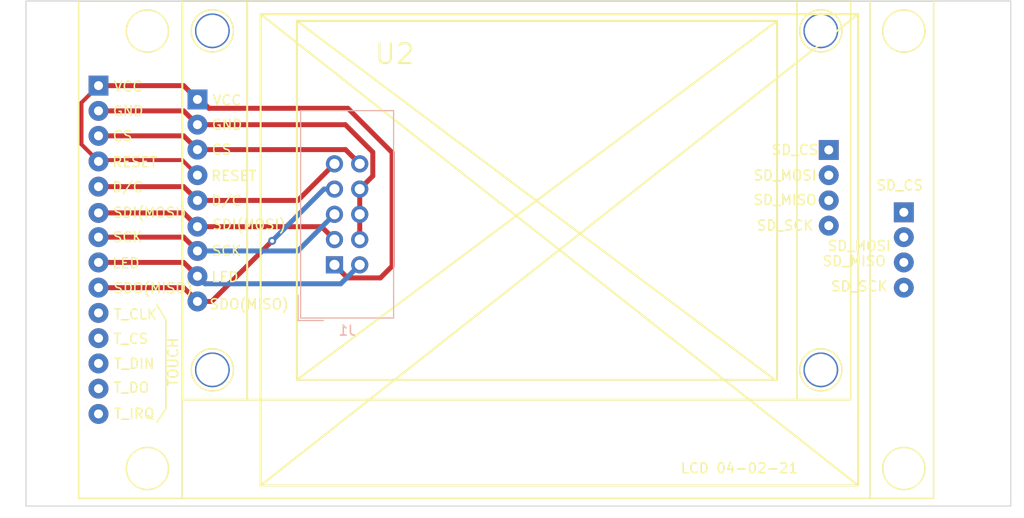
<source format=kicad_pcb>
(kicad_pcb (version 20171130) (host pcbnew 5.1.7-a382d34a8~87~ubuntu18.04.1)

  (general
    (thickness 1.6)
    (drawings 5)
    (tracks 51)
    (zones 0)
    (modules 7)
    (nets 22)
  )

  (page A4)
  (layers
    (0 F.Cu signal)
    (31 B.Cu signal)
    (32 B.Adhes user)
    (33 F.Adhes user)
    (34 B.Paste user)
    (35 F.Paste user)
    (36 B.SilkS user)
    (37 F.SilkS user)
    (38 B.Mask user)
    (39 F.Mask user)
    (40 Dwgs.User user)
    (41 Cmts.User user)
    (42 Eco1.User user)
    (43 Eco2.User user)
    (44 Edge.Cuts user)
    (45 Margin user)
    (46 B.CrtYd user)
    (47 F.CrtYd user)
    (48 B.Fab user)
    (49 F.Fab user)
  )

  (setup
    (last_trace_width 0.25)
    (user_trace_width 0.3)
    (user_trace_width 0.4)
    (user_trace_width 0.5)
    (trace_clearance 0.2)
    (zone_clearance 0.508)
    (zone_45_only no)
    (trace_min 0.2)
    (via_size 0.8)
    (via_drill 0.4)
    (via_min_size 0.4)
    (via_min_drill 0.3)
    (uvia_size 0.3)
    (uvia_drill 0.1)
    (uvias_allowed no)
    (uvia_min_size 0.2)
    (uvia_min_drill 0.1)
    (edge_width 0.1)
    (segment_width 0.2)
    (pcb_text_width 0.3)
    (pcb_text_size 1.5 1.5)
    (mod_edge_width 0.15)
    (mod_text_size 1 1)
    (mod_text_width 0.15)
    (pad_size 1.524 1.524)
    (pad_drill 0.762)
    (pad_to_mask_clearance 0)
    (aux_axis_origin 0 0)
    (visible_elements FFFFFF7F)
    (pcbplotparams
      (layerselection 0x010fc_ffffffff)
      (usegerberextensions false)
      (usegerberattributes true)
      (usegerberadvancedattributes true)
      (creategerberjobfile true)
      (excludeedgelayer true)
      (linewidth 0.100000)
      (plotframeref false)
      (viasonmask false)
      (mode 1)
      (useauxorigin false)
      (hpglpennumber 1)
      (hpglpenspeed 20)
      (hpglpendiameter 15.000000)
      (psnegative false)
      (psa4output false)
      (plotreference true)
      (plotvalue true)
      (plotinvisibletext false)
      (padsonsilk false)
      (subtractmaskfromsilk false)
      (outputformat 1)
      (mirror false)
      (drillshape 0)
      (scaleselection 1)
      (outputdirectory "../../gerbers/"))
  )

  (net 0 "")
  (net 1 /nCS_LCD)
  (net 2 /DC_LCD)
  (net 3 GNDD)
  (net 4 /MISO)
  (net 5 /SCK)
  (net 6 /MOSI)
  (net 7 +5VD)
  (net 8 +3V3)
  (net 9 "Net-(U1-Pad18)")
  (net 10 "Net-(U1-Pad17)")
  (net 11 "Net-(U1-Pad16)")
  (net 12 "Net-(U1-Pad15)")
  (net 13 "Net-(U1-Pad14)")
  (net 14 "Net-(U1-Pad13)")
  (net 15 "Net-(U1-Pad12)")
  (net 16 "Net-(U1-Pad11)")
  (net 17 "Net-(U1-Pad10)")
  (net 18 "Net-(U2-Pad15)")
  (net 19 "Net-(U2-Pad17)")
  (net 20 "Net-(U2-Pad18)")
  (net 21 "Net-(U2-Pad16)")

  (net_class Default "This is the default net class."
    (clearance 0.2)
    (trace_width 0.25)
    (via_dia 0.8)
    (via_drill 0.4)
    (uvia_dia 0.3)
    (uvia_drill 0.1)
    (add_net +3V3)
    (add_net +5VD)
    (add_net /DC_LCD)
    (add_net /MISO)
    (add_net /MOSI)
    (add_net /SCK)
    (add_net /nCS_LCD)
    (add_net GNDD)
    (add_net "Net-(U1-Pad10)")
    (add_net "Net-(U1-Pad11)")
    (add_net "Net-(U1-Pad12)")
    (add_net "Net-(U1-Pad13)")
    (add_net "Net-(U1-Pad14)")
    (add_net "Net-(U1-Pad15)")
    (add_net "Net-(U1-Pad16)")
    (add_net "Net-(U1-Pad17)")
    (add_net "Net-(U1-Pad18)")
    (add_net "Net-(U2-Pad15)")
    (add_net "Net-(U2-Pad16)")
    (add_net "Net-(U2-Pad17)")
    (add_net "Net-(U2-Pad18)")
  )

  (module klp:2.2_tft_240x320_sd_spi (layer F.Cu) (tedit 601C15CF) (tstamp 5F6B876E)
    (at 109.77372 112.776 270)
    (path /5F7415D8)
    (fp_text reference U2 (at -14.732 14.26972 180) (layer F.SilkS)
      (effects (font (size 2 2) (thickness 0.2)))
    )
    (fp_text value 2.2_240x320_sd_spi (at 6.858 37.2364 90) (layer F.Fab)
      (effects (font (size 1 1) (thickness 0.15)))
    )
    (fp_text user CS (at -5.106 31.6824) (layer F.SilkS)
      (effects (font (size 1 1) (thickness 0.15)))
    )
    (fp_text user SD_SCK (at 2.514 -25) (layer F.SilkS)
      (effects (font (size 1 1) (thickness 0.15)))
    )
    (fp_text user VCC (at -10.076 31.1224) (layer F.SilkS)
      (effects (font (size 1 1) (thickness 0.15)))
    )
    (fp_text user D/C (at 0.034 31.1824) (layer F.SilkS)
      (effects (font (size 1 1) (thickness 0.15)))
    )
    (fp_text user GND (at -7.616 31.1224) (layer F.SilkS)
      (effects (font (size 1 1) (thickness 0.15)))
    )
    (fp_text user "SDO(MISO)" (at 10.434 28.9024) (layer F.SilkS)
      (effects (font (size 1 1) (thickness 0.15)))
    )
    (fp_text user SD_MISO (at -0.056 -25) (layer F.SilkS)
      (effects (font (size 1 1) (thickness 0.15)))
    )
    (fp_text user SD_CS (at -5.086 -26) (layer F.SilkS)
      (effects (font (size 1 1) (thickness 0.15)))
    )
    (fp_text user SD_MOSI (at -2.516 -25) (layer F.SilkS)
      (effects (font (size 1 1) (thickness 0.15)))
    )
    (fp_text user 2.2_tft_240x320_sd_spi (at -17.636 -0.5376) (layer F.Fab)
      (effects (font (size 2 2) (thickness 0.15)))
    )
    (fp_text user RESET (at -2.476 30.4524) (layer F.SilkS)
      (effects (font (size 1 1) (thickness 0.15)))
    )
    (fp_text user "SDI(MOSI)" (at 2.434 28.9024) (layer F.SilkS)
      (effects (font (size 1 1) (thickness 0.15)))
    )
    (fp_text user LED (at 7.694 31.3424) (layer F.SilkS)
      (effects (font (size 1 1) (thickness 0.15)))
    )
    (fp_text user SCK (at 5.064 31.1824) (layer F.SilkS)
      (effects (font (size 1 1) (thickness 0.15)))
    )
    (fp_line (start 20.034 -31.5976) (end 20.034 35.6024) (layer F.SilkS) (width 0.2))
    (fp_circle (center -17.066 -28.5976) (end -14.94468 -28.5976) (layer F.SilkS) (width 0.15))
    (fp_circle (center -17.066 32.6024) (end -14.94468 32.6024) (layer F.SilkS) (width 0.15))
    (fp_line (start -20.066 35.6024) (end -20.066 -31.5976) (layer F.SilkS) (width 0.15))
    (fp_circle (center 17.034 32.6024) (end 19.15532 32.6024) (layer F.SilkS) (width 0.15))
    (fp_line (start -20.066 -26.1976) (end 19.934 -26.1976) (layer F.SilkS) (width 0.15))
    (fp_circle (center 17.034 -28.5976) (end 19.15532 -28.5976) (layer F.SilkS) (width 0.15))
    (fp_line (start 20.034 35.6024) (end -20.066 35.6024) (layer F.SilkS) (width 0.15))
    (fp_line (start -20.066 -31.5976) (end 20.034 -31.5976) (layer F.SilkS) (width 0.15))
    (fp_line (start 20.066 29.1024) (end -20.066 29.1024) (layer F.SilkS) (width 0.2))
    (fp_line (start -18.066 24.1024) (end 18.034 24.1024) (layer F.SilkS) (width 0.2))
    (fp_line (start 18.034 24.1024) (end 18.034 -24.1976) (layer F.SilkS) (width 0.2))
    (fp_line (start -18.066 -24.1976) (end 18.034 -24.1976) (layer F.SilkS) (width 0.2))
    (fp_line (start -18.066 -24.1976) (end -18.066 24.1024) (layer F.SilkS) (width 0.2))
    (fp_line (start 18.034 -23.9776) (end -18.066 24.1024) (layer F.SilkS) (width 0.2))
    (fp_line (start -18.066 24.1024) (end -18.066 -23.9776) (layer F.SilkS) (width 0.2))
    (fp_line (start -18.066 -24.1976) (end 18.034 24.1024) (layer F.SilkS) (width 0.2))
    (pad 7 thru_hole circle (at 5.074 34.1024 270) (size 2 2) (drill 0.9) (layers *.Cu *.Mask)
      (net 5 /SCK))
    (pad 6 thru_hole circle (at 2.634 34.1024 270) (size 2 2) (drill 0.9) (layers *.Cu *.Mask)
      (net 6 /MOSI))
    (pad 1 thru_hole rect (at -10.166 34.1024 270) (size 2 2) (drill 0.9) (layers *.Cu *.Mask)
      (net 8 +3V3))
    (pad 2 thru_hole circle (at -7.626 34.1024 270) (size 2 2) (drill 0.9) (layers *.Cu *.Mask)
      (net 3 GNDD))
    (pad 3 thru_hole circle (at -5.116 34.1024 270) (size 2 2) (drill 0.9) (layers *.Cu *.Mask)
      (net 1 /nCS_LCD))
    (pad 4 thru_hole circle (at -2.546 34.1024 270) (size 2 2) (drill 0.9) (layers *.Cu *.Mask)
      (net 8 +3V3))
    (pad 5 thru_hole circle (at -0.006 34.1024 270) (size 2 2) (drill 0.9) (layers *.Cu *.Mask)
      (net 2 /DC_LCD))
    (pad 16 thru_hole circle (at -2.546 -29.3976 270) (size 2 2) (drill 0.9) (layers *.Cu *.Mask)
      (net 21 "Net-(U2-Pad16)"))
    (pad 18 thru_hole circle (at 2.534 -29.3976 270) (size 2 2) (drill 0.9) (layers *.Cu *.Mask)
      (net 20 "Net-(U2-Pad18)"))
    (pad 8 thru_hole circle (at 7.614 34.1024 270) (size 2 2) (drill 0.9) (layers *.Cu *.Mask)
      (net 7 +5VD))
    (pad 17 thru_hole circle (at -0.006 -29.3976 270) (size 2 2) (drill 0.9) (layers *.Cu *.Mask)
      (net 19 "Net-(U2-Pad17)"))
    (pad 9 thru_hole circle (at 10.154 34.1024 270) (size 2 2) (drill 0.9) (layers *.Cu *.Mask)
      (net 4 /MISO))
    (pad 15 thru_hole rect (at -5.086 -29.3976 270) (size 2 2) (drill 0.9) (layers *.Cu *.Mask)
      (net 18 "Net-(U2-Pad15)"))
    (pad "" np_thru_hole circle (at -17.066 -28.5976 270) (size 3.5 3.5) (drill 3.2) (layers *.Cu *.Mask))
    (pad "" np_thru_hole circle (at 17.034 -28.5976 270) (size 3.5 3.5) (drill 3.2) (layers *.Cu *.Mask))
    (pad "" np_thru_hole circle (at -17.066 32.6024 270) (size 3.5 3.5) (drill 3.2) (layers *.Cu *.Mask))
    (pad "" np_thru_hole circle (at 17.034 32.6024 270) (size 3.5 3.5) (drill 3.2) (layers *.Cu *.Mask))
  )

  (module klp:2.8_tft_240x320_touch_sd_spi (layer F.Cu) (tedit 601C12B7) (tstamp 5F6F3DA2)
    (at 112.07496 117.73916 270)
    (path /5F6BB626)
    (fp_text reference U1 (at -25.00508 -37.14424 90) (layer F.SilkS) hide
      (effects (font (size 1 1) (thickness 0.15)))
    )
    (fp_text value 2.8_240x320_touch_sd_spi (at -22.57508 -6.58424) (layer F.Fab)
      (effects (font (size 2 2) (thickness 0.15)))
    )
    (fp_text user TOUCH (at 11.28492 38.84576 90) (layer F.SilkS)
      (effects (font (size 1 1) (thickness 0.15)))
    )
    (fp_text user T_IRQ (at 16.48492 42.76576) (layer F.SilkS)
      (effects (font (size 1 1) (thickness 0.15)))
    )
    (fp_text user T_DO (at 13.85492 43.04576) (layer F.SilkS)
      (effects (font (size 1 1) (thickness 0.15)))
    )
    (fp_text user T_DIN (at 11.45492 42.76576) (layer F.SilkS)
      (effects (font (size 1 1) (thickness 0.15)))
    )
    (fp_text user T_CS (at 8.94492 43.09576) (layer F.SilkS)
      (effects (font (size 1 1) (thickness 0.15)))
    )
    (fp_text user T_CLK (at 6.48492 42.64576) (layer F.SilkS)
      (effects (font (size 1 1) (thickness 0.15)))
    )
    (fp_text user "SDO(MISO)" (at 3.85492 40.86576) (layer F.SilkS)
      (effects (font (size 1 1) (thickness 0.15)))
    )
    (fp_text user LED (at 1.34492 43.59576) (layer F.SilkS)
      (effects (font (size 1 1) (thickness 0.15)))
    )
    (fp_text user SCK (at -1.28508 43.43576) (layer F.SilkS)
      (effects (font (size 1 1) (thickness 0.15)))
    )
    (fp_text user "SDI(MOSI)" (at -3.74508 41.19576) (layer F.SilkS)
      (effects (font (size 1 1) (thickness 0.15)))
    )
    (fp_text user D/C (at -6.31508 43.43576) (layer F.SilkS)
      (effects (font (size 1 1) (thickness 0.15)))
    )
    (fp_text user RESET (at -8.82508 42.70576) (layer F.SilkS)
      (effects (font (size 1 1) (thickness 0.15)))
    )
    (fp_text user CS (at -11.45508 43.93576) (layer F.SilkS)
      (effects (font (size 1 1) (thickness 0.15)))
    )
    (fp_text user GND (at -13.96508 43.37576) (layer F.SilkS)
      (effects (font (size 1 1) (thickness 0.15)))
    )
    (fp_text user VCC (at -16.42508 43.37576) (layer F.SilkS)
      (effects (font (size 1 1) (thickness 0.15)))
    )
    (fp_text user SD_SCK (at 3.67284 -30.16504) (layer F.SilkS)
      (effects (font (size 1 1) (thickness 0.15)))
    )
    (fp_text user SD_MISO (at 1.13284 -29.65704) (layer F.SilkS)
      (effects (font (size 1 1) (thickness 0.15)))
    )
    (fp_text user SD_MOSI (at -0.39116 -30.16504) (layer F.SilkS)
      (effects (font (size 1 1) (thickness 0.15)))
    )
    (fp_text user SD_CS (at -6.48716 -34.22904) (layer F.SilkS)
      (effects (font (size 1 1) (thickness 0.15)))
    )
    (fp_line (start 23.7 -30.05) (end 23.7 29.95) (layer F.SilkS) (width 0.2))
    (fp_line (start -23.7 -30.05) (end -23.7 30.05) (layer F.SilkS) (width 0.2))
    (fp_line (start -23.7 -30.05) (end 23.7 -30.05) (layer F.SilkS) (width 0.2))
    (fp_line (start -23.7 30.05) (end 23.7 30.05) (layer F.SilkS) (width 0.2))
    (fp_line (start 23.7 30.05) (end -23.7 -30.05) (layer F.SilkS) (width 0.2))
    (fp_line (start 23.7 -30.05) (end -23.7 30.05) (layer F.SilkS) (width 0.2))
    (fp_line (start 5.47492 40.52576) (end 7.04492 39.57576) (layer F.SilkS) (width 0.15))
    (fp_line (start 7.04492 39.57576) (end 15.98492 39.57576) (layer F.SilkS) (width 0.15))
    (fp_line (start 15.98492 39.57576) (end 17.32492 40.47576) (layer F.SilkS) (width 0.15))
    (fp_line (start -25.00508 37.95576) (end 24.99492 37.95576) (layer F.SilkS) (width 0.15))
    (fp_line (start -25.00508 -31.24424) (end 24.99492 -31.24424) (layer F.SilkS) (width 0.15))
    (fp_circle (center 21.99492 41.43576) (end 23.49492 42.93576) (layer F.SilkS) (width 0.15))
    (fp_circle (center -22.00508 41.43576) (end -20.50508 42.93576) (layer F.SilkS) (width 0.15))
    (fp_circle (center 21.99492 -34.64424) (end 23.49492 -33.14424) (layer F.SilkS) (width 0.15))
    (fp_circle (center -22.00508 -34.64424) (end -20.50508 -33.14424) (layer F.SilkS) (width 0.15))
    (fp_line (start -25.00508 -37.64424) (end 24.99492 -37.64424) (layer F.SilkS) (width 0.15))
    (fp_line (start 24.99492 -37.64424) (end 24.99492 48.35576) (layer F.SilkS) (width 0.15))
    (fp_line (start 24.99492 48.35576) (end -25.00508 48.35576) (layer F.SilkS) (width 0.15))
    (fp_line (start -25.00508 48.35576) (end -25.00508 -37.64424) (layer F.SilkS) (width 0.15))
    (pad 1 thru_hole rect (at -16.51508 46.35576 270) (size 2 2) (drill 0.9) (layers *.Cu *.Mask)
      (net 8 +3V3))
    (pad 2 thru_hole circle (at -13.97508 46.35576 270) (size 2 2) (drill 0.9) (layers *.Cu *.Mask)
      (net 3 GNDD))
    (pad 3 thru_hole circle (at -11.46508 46.35576 270) (size 2 2) (drill 0.9) (layers *.Cu *.Mask)
      (net 1 /nCS_LCD))
    (pad 4 thru_hole circle (at -8.89508 46.35576 270) (size 2 2) (drill 0.9) (layers *.Cu *.Mask)
      (net 8 +3V3))
    (pad 5 thru_hole circle (at -6.35508 46.35576 270) (size 2 2) (drill 0.9) (layers *.Cu *.Mask)
      (net 2 /DC_LCD))
    (pad 6 thru_hole circle (at -3.71508 46.35576 270) (size 2 2) (drill 0.9) (layers *.Cu *.Mask)
      (net 6 /MOSI))
    (pad 7 thru_hole circle (at -1.27508 46.35576 270) (size 2 2) (drill 0.9) (layers *.Cu *.Mask)
      (net 5 /SCK))
    (pad 8 thru_hole circle (at 1.26492 46.35576 270) (size 2 2) (drill 0.9) (layers *.Cu *.Mask)
      (net 7 +5VD))
    (pad 9 thru_hole circle (at 3.80492 46.35576 270) (size 2 2) (drill 0.9) (layers *.Cu *.Mask)
      (net 4 /MISO))
    (pad 10 thru_hole circle (at 6.34492 46.35576 270) (size 2 2) (drill 0.9) (layers *.Cu *.Mask)
      (net 17 "Net-(U1-Pad10)"))
    (pad 11 thru_hole circle (at 8.88492 46.35576 270) (size 2 2) (drill 0.9) (layers *.Cu *.Mask)
      (net 16 "Net-(U1-Pad11)"))
    (pad 12 thru_hole circle (at 11.42492 46.35576 270) (size 2 2) (drill 0.9) (layers *.Cu *.Mask)
      (net 15 "Net-(U1-Pad12)"))
    (pad 13 thru_hole circle (at 13.96492 46.35576 270) (size 2 2) (drill 0.9) (layers *.Cu *.Mask)
      (net 14 "Net-(U1-Pad13)"))
    (pad 14 thru_hole circle (at 16.50492 46.35576 270) (size 2 2) (drill 0.9) (layers *.Cu *.Mask)
      (net 13 "Net-(U1-Pad14)"))
    (pad 15 thru_hole rect (at -3.77508 -34.64424 270) (size 2 2) (drill 0.9) (layers *.Cu *.Mask)
      (net 12 "Net-(U1-Pad15)"))
    (pad 16 thru_hole circle (at -1.27508 -34.64424 270) (size 2 2) (drill 0.9) (layers *.Cu *.Mask)
      (net 11 "Net-(U1-Pad16)"))
    (pad 17 thru_hole circle (at 1.26492 -34.64424 270) (size 2 2) (drill 0.9) (layers *.Cu *.Mask)
      (net 10 "Net-(U1-Pad17)"))
    (pad 18 thru_hole circle (at 3.80492 -34.64424 270) (size 2 2) (drill 0.9) (layers *.Cu *.Mask)
      (net 9 "Net-(U1-Pad18)"))
    (pad "" np_thru_hole circle (at -22 41.43 270) (size 3.2 3.2) (drill 3.2) (layers *.Cu *.Mask))
    (pad "" np_thru_hole circle (at 22 41.43 270) (size 3.2 3.2) (drill 3.2) (layers *.Cu *.Mask))
    (pad "" np_thru_hole circle (at -22 -34.65 270) (size 3.2 3.2) (drill 3.2) (layers *.Cu *.Mask))
    (pad "" np_thru_hole circle (at 22 -34.65 270) (size 3.2 3.2) (drill 3.2) (layers *.Cu *.Mask))
  )

  (module MountingHole:MountingHole_3.2mm_M3 (layer F.Cu) (tedit 56D1B4CB) (tstamp 5F70A35F)
    (at 153.67 139.7)
    (descr "Mounting Hole 3.2mm, no annular, M3")
    (tags "mounting hole 3.2mm no annular m3")
    (path /5F70CDD6)
    (attr virtual)
    (fp_text reference H4 (at -0.254 0) (layer F.SilkS)
      (effects (font (size 1 1) (thickness 0.15)))
    )
    (fp_text value MountingHole (at 0 4.2) (layer F.Fab)
      (effects (font (size 1 1) (thickness 0.15)))
    )
    (fp_circle (center 0 0) (end 3.2 0) (layer Cmts.User) (width 0.15))
    (fp_circle (center 0 0) (end 3.45 0) (layer F.CrtYd) (width 0.05))
    (fp_text user %R (at 0.3 0) (layer F.Fab)
      (effects (font (size 1 1) (thickness 0.15)))
    )
    (pad 1 np_thru_hole circle (at 0 0) (size 3.2 3.2) (drill 3.2) (layers *.Cu *.Mask))
  )

  (module MountingHole:MountingHole_3.2mm_M3 (layer F.Cu) (tedit 56D1B4CB) (tstamp 5F70A357)
    (at 60.96 139.7)
    (descr "Mounting Hole 3.2mm, no annular, M3")
    (tags "mounting hole 3.2mm no annular m3")
    (path /5F70CC71)
    (attr virtual)
    (fp_text reference H3 (at 0 0) (layer F.SilkS)
      (effects (font (size 1 1) (thickness 0.15)))
    )
    (fp_text value MountingHole (at 0 4.2) (layer F.Fab)
      (effects (font (size 1 1) (thickness 0.15)))
    )
    (fp_circle (center 0 0) (end 3.2 0) (layer Cmts.User) (width 0.15))
    (fp_circle (center 0 0) (end 3.45 0) (layer F.CrtYd) (width 0.05))
    (fp_text user %R (at 0.3 0) (layer F.Fab)
      (effects (font (size 1 1) (thickness 0.15)))
    )
    (pad 1 np_thru_hole circle (at 0 0) (size 3.2 3.2) (drill 3.2) (layers *.Cu *.Mask))
  )

  (module MountingHole:MountingHole_3.2mm_M3 (layer F.Cu) (tedit 56D1B4CB) (tstamp 5F70A34F)
    (at 153.67 96.52)
    (descr "Mounting Hole 3.2mm, no annular, M3")
    (tags "mounting hole 3.2mm no annular m3")
    (path /5F70C985)
    (attr virtual)
    (fp_text reference H2 (at 0 0) (layer F.SilkS)
      (effects (font (size 1 1) (thickness 0.15)))
    )
    (fp_text value MountingHole (at 0 4.2) (layer F.Fab)
      (effects (font (size 1 1) (thickness 0.15)))
    )
    (fp_circle (center 0 0) (end 3.2 0) (layer Cmts.User) (width 0.15))
    (fp_circle (center 0 0) (end 3.45 0) (layer F.CrtYd) (width 0.05))
    (fp_text user %R (at 0.3 0) (layer F.Fab)
      (effects (font (size 1 1) (thickness 0.15)))
    )
    (pad 1 np_thru_hole circle (at 0 0) (size 3.2 3.2) (drill 3.2) (layers *.Cu *.Mask))
  )

  (module MountingHole:MountingHole_3.2mm_M3 (layer F.Cu) (tedit 56D1B4CB) (tstamp 5F70A347)
    (at 60.96 96.52)
    (descr "Mounting Hole 3.2mm, no annular, M3")
    (tags "mounting hole 3.2mm no annular m3")
    (path /5F70C20C)
    (attr virtual)
    (fp_text reference H1 (at 0 0) (layer F.SilkS)
      (effects (font (size 1 1) (thickness 0.15)))
    )
    (fp_text value MountingHole (at 0 4.2) (layer F.Fab)
      (effects (font (size 1 1) (thickness 0.15)))
    )
    (fp_circle (center 0 0) (end 3.2 0) (layer Cmts.User) (width 0.15))
    (fp_circle (center 0 0) (end 3.45 0) (layer F.CrtYd) (width 0.05))
    (fp_text user %R (at 0.3 0) (layer F.Fab)
      (effects (font (size 1 1) (thickness 0.15)))
    )
    (pad 1 np_thru_hole circle (at 0 0) (size 3.2 3.2) (drill 3.2) (layers *.Cu *.Mask))
  )

  (module Connector_IDC:IDC-Header_2x05_P2.54mm_Vertical (layer B.Cu) (tedit 59DE0611) (tstamp 5F6B8704)
    (at 89.45372 119.24792)
    (descr "Through hole straight IDC box header, 2x05, 2.54mm pitch, double rows")
    (tags "Through hole IDC box header THT 2x05 2.54mm double row")
    (path /5F72ED01)
    (fp_text reference J1 (at 1.27 6.604) (layer B.SilkS)
      (effects (font (size 1 1) (thickness 0.15)) (justify mirror))
    )
    (fp_text value "boxed header 2x5" (at 1.27 -16.764) (layer B.Fab)
      (effects (font (size 1 1) (thickness 0.15)) (justify mirror))
    )
    (fp_line (start 5.695 5.1) (end 5.695 -15.26) (layer B.Fab) (width 0.1))
    (fp_line (start 5.145 4.56) (end 5.145 -14.7) (layer B.Fab) (width 0.1))
    (fp_line (start -3.155 5.1) (end -3.155 -15.26) (layer B.Fab) (width 0.1))
    (fp_line (start -2.605 4.56) (end -2.605 -2.83) (layer B.Fab) (width 0.1))
    (fp_line (start -2.605 -7.33) (end -2.605 -14.7) (layer B.Fab) (width 0.1))
    (fp_line (start -2.605 -2.83) (end -3.155 -2.83) (layer B.Fab) (width 0.1))
    (fp_line (start -2.605 -7.33) (end -3.155 -7.33) (layer B.Fab) (width 0.1))
    (fp_line (start 5.695 5.1) (end -3.155 5.1) (layer B.Fab) (width 0.1))
    (fp_line (start 5.145 4.56) (end -2.605 4.56) (layer B.Fab) (width 0.1))
    (fp_line (start 5.695 -15.26) (end -3.155 -15.26) (layer B.Fab) (width 0.1))
    (fp_line (start 5.145 -14.7) (end -2.605 -14.7) (layer B.Fab) (width 0.1))
    (fp_line (start 5.695 5.1) (end 5.145 4.56) (layer B.Fab) (width 0.1))
    (fp_line (start 5.695 -15.26) (end 5.145 -14.7) (layer B.Fab) (width 0.1))
    (fp_line (start -3.155 5.1) (end -2.605 4.56) (layer B.Fab) (width 0.1))
    (fp_line (start -3.155 -15.26) (end -2.605 -14.7) (layer B.Fab) (width 0.1))
    (fp_line (start 5.95 5.35) (end 5.95 -15.51) (layer B.CrtYd) (width 0.05))
    (fp_line (start 5.95 -15.51) (end -3.41 -15.51) (layer B.CrtYd) (width 0.05))
    (fp_line (start -3.41 -15.51) (end -3.41 5.35) (layer B.CrtYd) (width 0.05))
    (fp_line (start -3.41 5.35) (end 5.95 5.35) (layer B.CrtYd) (width 0.05))
    (fp_line (start 5.945 5.35) (end 5.945 -15.51) (layer B.SilkS) (width 0.12))
    (fp_line (start 5.945 -15.51) (end -3.405 -15.51) (layer B.SilkS) (width 0.12))
    (fp_line (start -3.405 -15.51) (end -3.405 5.35) (layer B.SilkS) (width 0.12))
    (fp_line (start -3.405 5.35) (end 5.945 5.35) (layer B.SilkS) (width 0.12))
    (fp_line (start -3.655 5.6) (end -3.655 3.06) (layer B.SilkS) (width 0.12))
    (fp_line (start -3.655 5.6) (end -1.115 5.6) (layer B.SilkS) (width 0.12))
    (fp_text user %R (at 1.27 -5.08) (layer B.Fab)
      (effects (font (size 1 1) (thickness 0.15)) (justify mirror))
    )
    (pad 10 thru_hole oval (at 2.54 -10.16) (size 1.7272 1.7272) (drill 1.016) (layers *.Cu *.Mask)
      (net 1 /nCS_LCD))
    (pad 9 thru_hole oval (at 0 -10.16) (size 1.7272 1.7272) (drill 1.016) (layers *.Cu *.Mask)
      (net 2 /DC_LCD))
    (pad 8 thru_hole oval (at 2.54 -7.62) (size 1.7272 1.7272) (drill 1.016) (layers *.Cu *.Mask)
      (net 3 GNDD))
    (pad 7 thru_hole oval (at 0 -7.62) (size 1.7272 1.7272) (drill 1.016) (layers *.Cu *.Mask)
      (net 4 /MISO))
    (pad 6 thru_hole oval (at 2.54 -5.08) (size 1.7272 1.7272) (drill 1.016) (layers *.Cu *.Mask)
      (net 3 GNDD))
    (pad 5 thru_hole oval (at 0 -5.08) (size 1.7272 1.7272) (drill 1.016) (layers *.Cu *.Mask)
      (net 5 /SCK))
    (pad 4 thru_hole oval (at 2.54 -2.54) (size 1.7272 1.7272) (drill 1.016) (layers *.Cu *.Mask)
      (net 3 GNDD))
    (pad 3 thru_hole oval (at 0 -2.54) (size 1.7272 1.7272) (drill 1.016) (layers *.Cu *.Mask)
      (net 6 /MOSI))
    (pad 2 thru_hole oval (at 2.54 0) (size 1.7272 1.7272) (drill 1.016) (layers *.Cu *.Mask)
      (net 7 +5VD))
    (pad 1 thru_hole rect (at 0 0) (size 1.7272 1.7272) (drill 1.016) (layers *.Cu *.Mask)
      (net 8 +3V3))
    (model ${KISYS3DMOD}/Connector_IDC.3dshapes/IDC-Header_2x05_P2.54mm_Vertical.wrl
      (at (xyz 0 0 0))
      (scale (xyz 1 1 1))
      (rotate (xyz 0 0 0))
    )
  )

  (gr_line (start 58.42 143.51) (end 58.42 92.71) (layer Edge.Cuts) (width 0.1))
  (gr_line (start 157.48 143.51) (end 58.42 143.51) (layer Edge.Cuts) (width 0.1))
  (gr_line (start 157.48 92.71) (end 157.48 143.51) (layer Edge.Cuts) (width 0.1))
  (gr_line (start 58.42 92.71) (end 157.48 92.71) (layer Edge.Cuts) (width 0.1))
  (gr_text "LCD 04-02-21" (at 130.175 139.7) (layer F.SilkS)
    (effects (font (size 1 1) (thickness 0.15)))
  )

  (segment (start 74.2854 106.27408) (end 75.67132 107.66) (width 0.5) (layer F.Cu) (net 1))
  (segment (start 65.7192 106.27408) (end 74.2854 106.27408) (width 0.5) (layer F.Cu) (net 1))
  (segment (start 90.5658 107.66) (end 91.99372 109.08792) (width 0.5) (layer F.Cu) (net 1))
  (segment (start 75.67132 107.66) (end 90.5658 107.66) (width 0.5) (layer F.Cu) (net 1))
  (segment (start 74.2854 111.38408) (end 75.67132 112.77) (width 0.5) (layer F.Cu) (net 2))
  (segment (start 65.7192 111.38408) (end 74.2854 111.38408) (width 0.5) (layer F.Cu) (net 2))
  (segment (start 85.77164 112.77) (end 89.45372 109.08792) (width 0.5) (layer F.Cu) (net 2))
  (segment (start 75.67132 112.77) (end 85.77164 112.77) (width 0.5) (layer F.Cu) (net 2))
  (segment (start 74.2854 103.76408) (end 75.67132 105.15) (width 0.5) (layer F.Cu) (net 3))
  (segment (start 65.7192 103.76408) (end 74.2854 103.76408) (width 0.5) (layer F.Cu) (net 3))
  (segment (start 91.99372 111.62792) (end 91.99372 116.70792) (width 0.5) (layer F.Cu) (net 3))
  (segment (start 93.307321 110.314319) (end 91.99372 111.62792) (width 0.5) (layer F.Cu) (net 3))
  (segment (start 93.307321 107.912321) (end 93.307321 110.314319) (width 0.5) (layer F.Cu) (net 3))
  (segment (start 75.67132 105.15) (end 90.545 105.15) (width 0.5) (layer F.Cu) (net 3))
  (segment (start 90.545 105.15) (end 93.307321 107.912321) (width 0.5) (layer F.Cu) (net 3))
  (segment (start 74.2854 121.54408) (end 75.67132 122.93) (width 0.5) (layer F.Cu) (net 4))
  (segment (start 65.7192 121.54408) (end 74.2854 121.54408) (width 0.5) (layer F.Cu) (net 4))
  (via (at 83.185 116.84) (size 0.8) (drill 0.4) (layers F.Cu B.Cu) (net 4))
  (segment (start 75.67132 122.93) (end 77.095 122.93) (width 0.5) (layer F.Cu) (net 4))
  (segment (start 77.095 122.93) (end 83.185 116.84) (width 0.5) (layer F.Cu) (net 4))
  (segment (start 88.39708 111.62792) (end 89.45372 111.62792) (width 0.5) (layer B.Cu) (net 4))
  (segment (start 83.185 116.84) (end 88.39708 111.62792) (width 0.5) (layer B.Cu) (net 4))
  (segment (start 74.2854 116.46408) (end 75.67132 117.85) (width 0.5) (layer F.Cu) (net 5))
  (segment (start 65.7192 116.46408) (end 74.2854 116.46408) (width 0.5) (layer F.Cu) (net 5))
  (segment (start 85.77164 117.85) (end 89.45372 114.16792) (width 0.5) (layer B.Cu) (net 5))
  (segment (start 75.67132 117.85) (end 85.77164 117.85) (width 0.5) (layer B.Cu) (net 5))
  (segment (start 74.2854 114.02408) (end 75.67132 115.41) (width 0.5) (layer F.Cu) (net 6))
  (segment (start 65.7192 114.02408) (end 74.2854 114.02408) (width 0.5) (layer F.Cu) (net 6))
  (segment (start 88.1558 115.41) (end 89.45372 116.70792) (width 0.5) (layer F.Cu) (net 6))
  (segment (start 75.67132 115.41) (end 88.1558 115.41) (width 0.5) (layer F.Cu) (net 6))
  (segment (start 74.2854 119.00408) (end 75.67132 120.39) (width 0.5) (layer F.Cu) (net 7))
  (segment (start 65.7192 119.00408) (end 74.2854 119.00408) (width 0.5) (layer F.Cu) (net 7))
  (segment (start 90.089641 121.151999) (end 91.99372 119.24792) (width 0.5) (layer B.Cu) (net 7))
  (segment (start 76.433319 121.151999) (end 90.089641 121.151999) (width 0.5) (layer B.Cu) (net 7))
  (segment (start 75.67132 120.39) (end 76.433319 121.151999) (width 0.5) (layer B.Cu) (net 7))
  (segment (start 74.2854 101.22408) (end 75.67132 102.61) (width 0.5) (layer F.Cu) (net 8))
  (segment (start 65.7192 101.22408) (end 74.2854 101.22408) (width 0.5) (layer F.Cu) (net 8))
  (segment (start 90.767321 120.561521) (end 89.45372 119.24792) (width 0.5) (layer F.Cu) (net 8))
  (segment (start 94.068479 120.561521) (end 90.767321 120.561521) (width 0.5) (layer F.Cu) (net 8))
  (segment (start 75.94 102.61) (end 76.835 103.505) (width 0.5) (layer F.Cu) (net 8))
  (segment (start 75.67132 102.61) (end 75.94 102.61) (width 0.5) (layer F.Cu) (net 8))
  (segment (start 90.805 103.505) (end 95.25 107.95) (width 0.5) (layer F.Cu) (net 8))
  (segment (start 76.835 103.505) (end 90.805 103.505) (width 0.5) (layer F.Cu) (net 8))
  (segment (start 95.25 119.38) (end 94.068479 120.561521) (width 0.5) (layer F.Cu) (net 8))
  (segment (start 95.25 107.95) (end 95.25 119.38) (width 0.5) (layer F.Cu) (net 8))
  (segment (start 75.67132 110.23) (end 74.15332 108.712) (width 0.4) (layer F.Cu) (net 8))
  (segment (start 65.85128 108.712) (end 65.7192 108.84408) (width 0.4) (layer F.Cu) (net 8))
  (segment (start 74.15332 108.712) (end 65.85128 108.712) (width 0.4) (layer F.Cu) (net 8))
  (segment (start 65.7192 108.84408) (end 64.008 107.13288) (width 0.4) (layer F.Cu) (net 8))
  (segment (start 64.008 102.93528) (end 65.7192 101.22408) (width 0.4) (layer F.Cu) (net 8))
  (segment (start 64.008 107.13288) (end 64.008 102.93528) (width 0.4) (layer F.Cu) (net 8))

)

</source>
